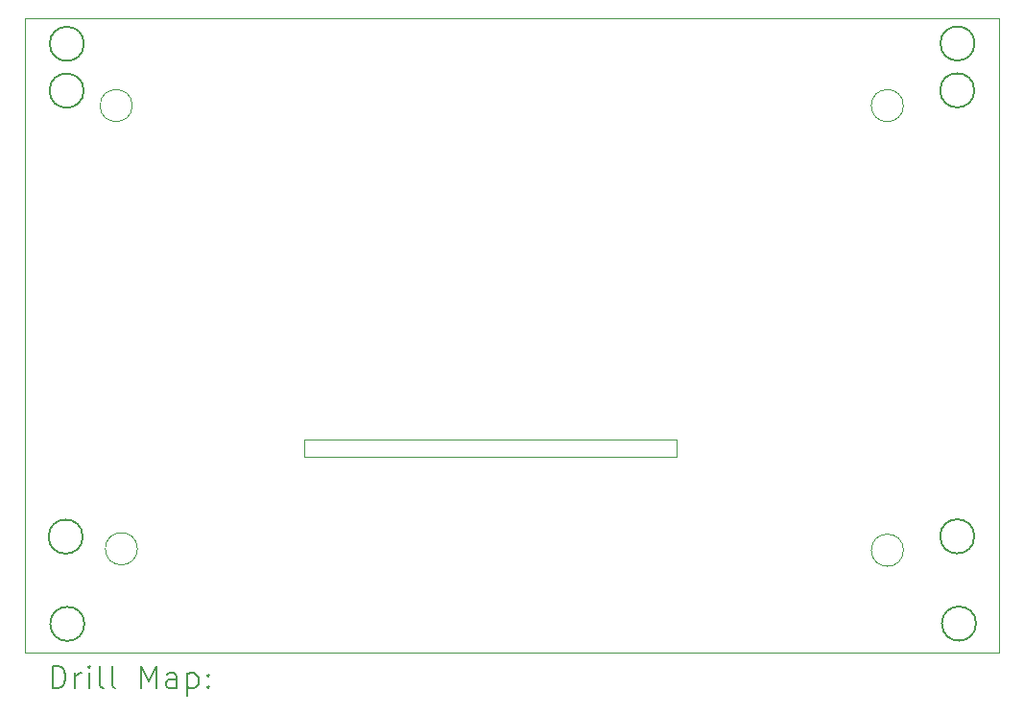
<source format=gbr>
%TF.GenerationSoftware,KiCad,Pcbnew,7.0.1*%
%TF.CreationDate,2023-09-27T13:26:46+00:00*%
%TF.ProjectId,Control_Board,436f6e74-726f-46c5-9f42-6f6172642e6b,rev?*%
%TF.SameCoordinates,Original*%
%TF.FileFunction,Drillmap*%
%TF.FilePolarity,Positive*%
%FSLAX45Y45*%
G04 Gerber Fmt 4.5, Leading zero omitted, Abs format (unit mm)*
G04 Created by KiCad (PCBNEW 7.0.1) date 2023-09-27 13:26:46*
%MOMM*%
%LPD*%
G01*
G04 APERTURE LIST*
%ADD10C,0.200000*%
%ADD11C,0.100000*%
G04 APERTURE END LIST*
D10*
X17458041Y-7912500D02*
G75*
G03*
X17458041Y-7912500I-150541J0D01*
G01*
D11*
X16832500Y-8047000D02*
G75*
G03*
X16832500Y-8047000I-141532J0D01*
G01*
X10029032Y-8047000D02*
G75*
G03*
X10029032Y-8047000I-141532J0D01*
G01*
D10*
X9592500Y-11850000D02*
G75*
G03*
X9592500Y-11850000I-150541J0D01*
G01*
X17460541Y-7499459D02*
G75*
G03*
X17460541Y-7499459I-150541J0D01*
G01*
X9600541Y-7915000D02*
G75*
G03*
X9600541Y-7915000I-150541J0D01*
G01*
X17458041Y-11847500D02*
G75*
G03*
X17458041Y-11847500I-150541J0D01*
G01*
D11*
X10075000Y-11957000D02*
G75*
G03*
X10075000Y-11957000I-141532J0D01*
G01*
D10*
X17473041Y-12616959D02*
G75*
G03*
X17473041Y-12616959I-150541J0D01*
G01*
D11*
X11542500Y-10990000D02*
X14832500Y-10990000D01*
X14832500Y-11145000D01*
X11542500Y-11145000D01*
X11542500Y-10990000D01*
D10*
X9607500Y-12619459D02*
G75*
G03*
X9607500Y-12619459I-150541J0D01*
G01*
D11*
X16833000Y-11969500D02*
G75*
G03*
X16833000Y-11969500I-141532J0D01*
G01*
D10*
X9603041Y-7501959D02*
G75*
G03*
X9603041Y-7501959I-150541J0D01*
G01*
D11*
X9083000Y-7272500D02*
X17678500Y-7272500D01*
X17678500Y-12870500D01*
X9083000Y-12870500D01*
X9083000Y-7272500D01*
D10*
X9325619Y-13188024D02*
X9325619Y-12988024D01*
X9325619Y-12988024D02*
X9373238Y-12988024D01*
X9373238Y-12988024D02*
X9401810Y-12997548D01*
X9401810Y-12997548D02*
X9420857Y-13016595D01*
X9420857Y-13016595D02*
X9430381Y-13035643D01*
X9430381Y-13035643D02*
X9439905Y-13073738D01*
X9439905Y-13073738D02*
X9439905Y-13102309D01*
X9439905Y-13102309D02*
X9430381Y-13140405D01*
X9430381Y-13140405D02*
X9420857Y-13159452D01*
X9420857Y-13159452D02*
X9401810Y-13178500D01*
X9401810Y-13178500D02*
X9373238Y-13188024D01*
X9373238Y-13188024D02*
X9325619Y-13188024D01*
X9525619Y-13188024D02*
X9525619Y-13054690D01*
X9525619Y-13092786D02*
X9535143Y-13073738D01*
X9535143Y-13073738D02*
X9544667Y-13064214D01*
X9544667Y-13064214D02*
X9563714Y-13054690D01*
X9563714Y-13054690D02*
X9582762Y-13054690D01*
X9649429Y-13188024D02*
X9649429Y-13054690D01*
X9649429Y-12988024D02*
X9639905Y-12997548D01*
X9639905Y-12997548D02*
X9649429Y-13007071D01*
X9649429Y-13007071D02*
X9658952Y-12997548D01*
X9658952Y-12997548D02*
X9649429Y-12988024D01*
X9649429Y-12988024D02*
X9649429Y-13007071D01*
X9773238Y-13188024D02*
X9754190Y-13178500D01*
X9754190Y-13178500D02*
X9744667Y-13159452D01*
X9744667Y-13159452D02*
X9744667Y-12988024D01*
X9878000Y-13188024D02*
X9858952Y-13178500D01*
X9858952Y-13178500D02*
X9849429Y-13159452D01*
X9849429Y-13159452D02*
X9849429Y-12988024D01*
X10106571Y-13188024D02*
X10106571Y-12988024D01*
X10106571Y-12988024D02*
X10173238Y-13130881D01*
X10173238Y-13130881D02*
X10239905Y-12988024D01*
X10239905Y-12988024D02*
X10239905Y-13188024D01*
X10420857Y-13188024D02*
X10420857Y-13083262D01*
X10420857Y-13083262D02*
X10411333Y-13064214D01*
X10411333Y-13064214D02*
X10392286Y-13054690D01*
X10392286Y-13054690D02*
X10354190Y-13054690D01*
X10354190Y-13054690D02*
X10335143Y-13064214D01*
X10420857Y-13178500D02*
X10401810Y-13188024D01*
X10401810Y-13188024D02*
X10354190Y-13188024D01*
X10354190Y-13188024D02*
X10335143Y-13178500D01*
X10335143Y-13178500D02*
X10325619Y-13159452D01*
X10325619Y-13159452D02*
X10325619Y-13140405D01*
X10325619Y-13140405D02*
X10335143Y-13121357D01*
X10335143Y-13121357D02*
X10354190Y-13111833D01*
X10354190Y-13111833D02*
X10401810Y-13111833D01*
X10401810Y-13111833D02*
X10420857Y-13102309D01*
X10516095Y-13054690D02*
X10516095Y-13254690D01*
X10516095Y-13064214D02*
X10535143Y-13054690D01*
X10535143Y-13054690D02*
X10573238Y-13054690D01*
X10573238Y-13054690D02*
X10592286Y-13064214D01*
X10592286Y-13064214D02*
X10601810Y-13073738D01*
X10601810Y-13073738D02*
X10611333Y-13092786D01*
X10611333Y-13092786D02*
X10611333Y-13149928D01*
X10611333Y-13149928D02*
X10601810Y-13168976D01*
X10601810Y-13168976D02*
X10592286Y-13178500D01*
X10592286Y-13178500D02*
X10573238Y-13188024D01*
X10573238Y-13188024D02*
X10535143Y-13188024D01*
X10535143Y-13188024D02*
X10516095Y-13178500D01*
X10697048Y-13168976D02*
X10706571Y-13178500D01*
X10706571Y-13178500D02*
X10697048Y-13188024D01*
X10697048Y-13188024D02*
X10687524Y-13178500D01*
X10687524Y-13178500D02*
X10697048Y-13168976D01*
X10697048Y-13168976D02*
X10697048Y-13188024D01*
X10697048Y-13064214D02*
X10706571Y-13073738D01*
X10706571Y-13073738D02*
X10697048Y-13083262D01*
X10697048Y-13083262D02*
X10687524Y-13073738D01*
X10687524Y-13073738D02*
X10697048Y-13064214D01*
X10697048Y-13064214D02*
X10697048Y-13083262D01*
M02*

</source>
